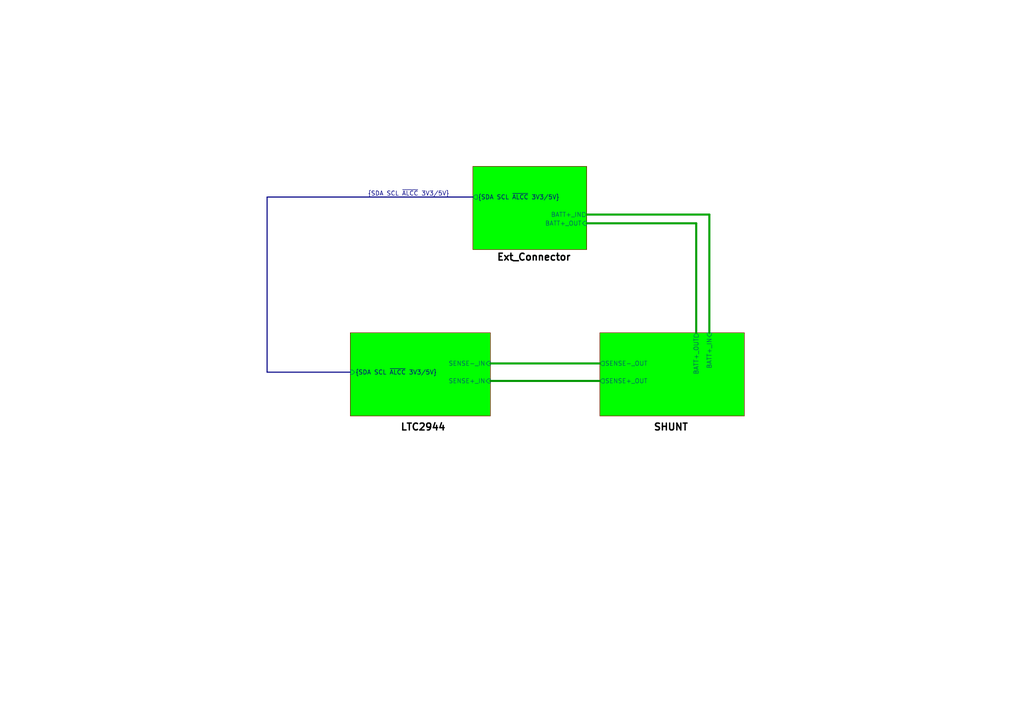
<source format=kicad_sch>
(kicad_sch
	(version 20231120)
	(generator "eeschema")
	(generator_version "8.0")
	(uuid "faeaf365-a06a-4014-84f4-b3c47881c674")
	(paper "A4")
	(title_block
		(title "Power Profiler PoC using LTC2944")
		(date "2024-03-18")
		(rev "v1.0")
		(company "HW-Tinkerers")
		(comment 1 "Email: bhandarkasrishtikr111@gmail.com")
		(comment 2 "Author: Srishtik Bhandarkar")
		(comment 3 "Email: vaibhavkhatri00@gmail.com")
		(comment 4 "Author: Vaibhav Khatri")
	)
	(lib_symbols)
	(bus
		(pts
			(xy 137.16 57.15) (xy 77.47 57.15)
		)
		(stroke
			(width 0)
			(type default)
		)
		(uuid "05738fee-b155-45e9-be6f-af2c416f4b63")
	)
	(wire
		(pts
			(xy 205.74 96.52) (xy 205.74 62.23)
		)
		(stroke
			(width 0.6)
			(type default)
		)
		(uuid "0ce54cc6-c2a8-4bf8-9717-ee0285557ca8")
	)
	(bus
		(pts
			(xy 77.47 107.95) (xy 101.6 107.95)
		)
		(stroke
			(width 0)
			(type default)
		)
		(uuid "16c71ba7-18e6-42c4-bbb6-0d7f2e2b4d8a")
	)
	(wire
		(pts
			(xy 201.93 64.77) (xy 201.93 96.52)
		)
		(stroke
			(width 0.6)
			(type default)
		)
		(uuid "5216ab19-6abb-4c7d-a428-1496bcd4d010")
	)
	(wire
		(pts
			(xy 170.18 64.77) (xy 201.93 64.77)
		)
		(stroke
			(width 0.6)
			(type default)
		)
		(uuid "5425a4a0-aefb-4884-be86-e6a9a5f86000")
	)
	(bus
		(pts
			(xy 77.47 57.15) (xy 77.47 107.95)
		)
		(stroke
			(width 0)
			(type default)
		)
		(uuid "83e3cfb2-287e-4e15-86bc-c554fcf915e5")
	)
	(wire
		(pts
			(xy 205.74 62.23) (xy 170.18 62.23)
		)
		(stroke
			(width 0.6)
			(type default)
		)
		(uuid "88fd7e47-0d5c-476d-a3b5-309359dbfdae")
	)
	(wire
		(pts
			(xy 142.24 110.49) (xy 173.99 110.49)
		)
		(stroke
			(width 0.6)
			(type default)
		)
		(uuid "b768599e-cc6a-40d7-b13b-62e969e03883")
	)
	(wire
		(pts
			(xy 142.24 105.41) (xy 173.99 105.41)
		)
		(stroke
			(width 0.6)
			(type default)
		)
		(uuid "ecbc56d1-4a5c-4b24-bffa-176a91e45759")
	)
	(label "{SDA SCL ~{ALCC} 3V3{slash}5V}"
		(at 106.68 57.15 0)
		(fields_autoplaced yes)
		(effects
			(font
				(size 1.27 1.27)
			)
			(justify left bottom)
		)
		(uuid "bdfaf434-70db-469b-9787-8e009afc258d")
	)
	(sheet
		(at 101.6 96.52)
		(size 40.64 24.13)
		(stroke
			(width 0.1524)
			(type solid)
		)
		(fill
			(color 0 255 0 1.0000)
		)
		(uuid "4a53d5aa-2e0f-48d1-a6df-560afd7c18c7")
		(property "Sheetname" "LTC2944"
			(at 116.078 124.968 0)
			(effects
				(font
					(size 2 2)
					(bold yes)
					(color 0 0 0 1)
				)
				(justify left bottom)
			)
		)
		(property "Sheetfile" "LTC2944.kicad_sch"
			(at 101.6 121.2346 0)
			(effects
				(font
					(size 1.27 1.27)
				)
				(justify left top)
				(hide yes)
			)
		)
		(pin "SENSE-_IN" input
			(at 142.24 105.41 0)
			(effects
				(font
					(size 1.27 1.27)
				)
				(justify right)
			)
			(uuid "62ef4873-3cba-4a60-ae38-54fa01330182")
		)
		(pin "SENSE+_IN" input
			(at 142.24 110.49 0)
			(effects
				(font
					(size 1.27 1.27)
				)
				(justify right)
			)
			(uuid "2a132200-9f92-465f-b7cf-46b951df841f")
		)
		(pin "{SDA SCL ~{ALCC} 3V3{slash}5V}" input
			(at 101.6 107.95 180)
			(effects
				(font
					(size 1.27 1.27)
				)
				(justify left)
			)
			(uuid "2f59f03c-3c86-49ca-b691-393a292e8e8a")
		)
		(instances
			(project "Power_Profiler_PoC"
				(path "/faeaf365-a06a-4014-84f4-b3c47881c674"
					(page "2")
				)
			)
		)
	)
	(sheet
		(at 173.99 96.52)
		(size 41.91 24.13)
		(stroke
			(width 0.1524)
			(type solid)
		)
		(fill
			(color 0 255 0 1.0000)
		)
		(uuid "d9f86fa9-6d36-4cb6-97c5-800134f06b35")
		(property "Sheetname" "SHUNT"
			(at 189.484 124.968 0)
			(effects
				(font
					(size 2 2)
					(bold yes)
					(color 0 0 0 1)
				)
				(justify left bottom)
			)
		)
		(property "Sheetfile" "SHUNT.kicad_sch"
			(at 173.99 121.2346 0)
			(effects
				(font
					(size 1.27 1.27)
				)
				(justify left top)
				(hide yes)
			)
		)
		(pin "SENSE+_OUT" output
			(at 173.99 110.49 180)
			(effects
				(font
					(size 1.27 1.27)
				)
				(justify left)
			)
			(uuid "008bf314-8da8-469e-a520-1e0213a47ad0")
		)
		(pin "BATT+_OUT" output
			(at 201.93 96.52 90)
			(effects
				(font
					(size 1.27 1.27)
				)
				(justify right)
			)
			(uuid "eef6fe19-00e3-41ee-b414-af436beca0dc")
		)
		(pin "SENSE-_OUT" output
			(at 173.99 105.41 180)
			(effects
				(font
					(size 1.27 1.27)
				)
				(justify left)
			)
			(uuid "f1e14cf4-20a3-438c-a0d8-c22829c270c6")
		)
		(pin "BATT+_IN" input
			(at 205.74 96.52 90)
			(effects
				(font
					(size 1.27 1.27)
				)
				(justify right)
			)
			(uuid "f2f0805d-9036-44ae-b905-df5a5360bf5d")
		)
		(instances
			(project "Power_Profiler_PoC"
				(path "/faeaf365-a06a-4014-84f4-b3c47881c674"
					(page "4")
				)
			)
		)
	)
	(sheet
		(at 137.16 48.26)
		(size 33.02 24.13)
		(stroke
			(width 0.1524)
			(type solid)
		)
		(fill
			(color 0 255 0 1.0000)
		)
		(uuid "da10ac35-0dab-41e2-96d9-e547f1220f96")
		(property "Sheetname" "Ext_Connector"
			(at 144.018 75.692 0)
			(effects
				(font
					(size 2 2)
					(bold yes)
					(color 0 0 0 1)
				)
				(justify left bottom)
			)
		)
		(property "Sheetfile" "Ext_Connector.kicad_sch"
			(at 137.16 72.9746 0)
			(effects
				(font
					(size 1.27 1.27)
				)
				(justify left top)
				(hide yes)
			)
		)
		(pin "BATT+_OUT" input
			(at 170.18 64.77 0)
			(effects
				(font
					(size 1.27 1.27)
				)
				(justify right)
			)
			(uuid "f42ff348-78f5-4920-a1b3-9f7c40ad1a20")
		)
		(pin "BATT+_IN" output
			(at 170.18 62.23 0)
			(effects
				(font
					(size 1.27 1.27)
				)
				(justify right)
			)
			(uuid "ecf61c7e-76ae-4b07-888f-a56866f12625")
		)
		(pin "{SDA SCL ~{ALCC} 3V3{slash}5V}" output
			(at 137.16 57.15 180)
			(effects
				(font
					(size 1.27 1.27)
				)
				(justify left)
			)
			(uuid "29cdb27c-1f0c-4a28-9e1b-37e697d16280")
		)
		(instances
			(project "Power_Profiler_PoC"
				(path "/faeaf365-a06a-4014-84f4-b3c47881c674"
					(page "4")
				)
			)
		)
	)
	(sheet_instances
		(path "/"
			(page "1")
		)
	)
)
</source>
